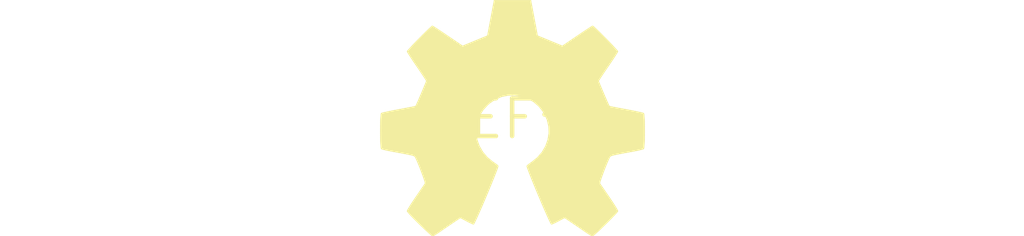
<source format=kicad_pcb>
(kicad_pcb (version 20240108) (generator pcbnew)
  (layers (0 "F.Cu" signal) (31 "B.Cu" signal) (34 "B.Paste" user) (35 "F.Paste" user) (36 "B.SilkS" user "B.Silkscreen") (37 "F.SilkS" user "F.Silkscreen") (38 "B.Mask" user) (39 "F.Mask" user) (44 "Edge.Cuts" user))
  (net 0 "")
  (footprint "OSHW-Symbol_8.9x8mm_SilkScreen" (layer "F.Cu") (at 0 0)
    (property "Reference" "REF**")
    (property "Value" "OSHW-Symbol_8.9x8mm_SilkScreen")
    (fp_poly (pts (xy 0.746536 -3.399573) (xy 0.859118 -2.802382) (xy 1.274531 -2.631135) (xy 1.689945 -2.459888) (xy 2.188302 -2.798767) (xy 2.327869 -2.893123) (xy 2.454029 -2.97737) (xy 2.560896 -3.047662) (xy 2.642583 -3.100153) (xy 2.693202 -3.130996) (xy 2.706987 -3.137647) (xy 2.731821 -3.120542) (xy 2.784889 -3.073256) (xy 2.860241 -3.001828) (xy 2.95193 -2.9123) (xy 3.054008 -2.810711) (xy 3.160527 -2.703102) (xy 3.265537 -2.595513) (xy 3.363092 -2.493985) (xy 3.447243 -2.404559) (xy 3.512041 -2.333274) (xy 3.551538 -2.286172) (xy 3.560981 -2.270408) (xy 3.547392 -2.241347) (xy 3.509294 -2.177679) (xy 3.450694 -2.085633) (xy 3.375598 -1.971436) (xy 3.288009 -1.841316) (xy 3.237255 -1.767099) (xy 3.144746 -1.631578) (xy 3.062541 -1.509284) (xy 2.994631 -1.406305) (xy 2.945001 -1.328727) (xy 2.917641 -1.282639) (xy 2.91353 -1.272953) (xy 2.92285 -1.245426) (xy 2.948255 -1.181272) (xy 2.985912 -1.08951) (xy 3.031987 -0.979161) (xy 3.082647 -0.859245) (xy 3.13406 -0.738781) (xy 3.18239 -0.626791) (xy 3.223807 -0.532293) (xy 3.254475 -0.464308) (xy 3.270562 -0.431857) (xy 3.271512 -0.43058) (xy 3.296773 -0.424383) (xy 3.364046 -0.41056) (xy 3.466361 -0.390468) (xy 3.596742 -0.365466) (xy 3.748217 -0.336914) (xy 3.836594 -0.320449) (xy 3.998453 -0.289631) (xy 4.14465 -0.260306) (xy 4.267788 -0.234079) (xy 4.36047 -0.212554) (xy 4.415302 -0.197335) (xy 4.426324 -0.192507) (xy 4.437119 -0.159826) (xy 4.44583 -0.086015) (xy 4.452461 0.020292) (xy 4.457019 0.150467) (xy 4.45951 0.295876) (xy 4.459939 0.44789) (xy 4.458312 0.597877) (xy 4.454636 0.737206) (xy 4.448916 0.857245) (xy 4.441158 0.949365) (xy 4.431369 1.004932) (xy 4.425497 1.0165) (xy 4.3904 1.030365) (xy 4.316029 1.050188) (xy 4.212224 1.073639) (xy 4.08882 1.098391) (xy 4.045742 1.106398) (xy 3.838048 1.144441) (xy 3.673985 1.175079) (xy 3.548131 1.199529) (xy 3.455066 1.219009) (xy 3.389368 1.234736) (xy 3.345618 1.247928) (xy 3.318393 1.259804) (xy 3.302273 1.27158) (xy 3.300018 1.273908) (xy 3.277504 1.3114) (xy 3.243159 1.384365) (xy 3.200412 1.483867) (xy 3.152693 1.600973) (xy 3.103431 1.726748) (xy 3.056056 1.852257) (xy 3.013996 1.968565) (xy 2.980681 2.066739) (xy 2.959542 2.137843) (xy 2.954006 2.172942) (xy 2.954467 2.174172) (xy 2.973224 2.202861) (xy 3.015777 2.265985) (xy 3.077654 2.356973) (xy 3.154383 2.469255) (xy 3.241492 2.59626) (xy 3.266299 2.632353) (xy 3.354753 2.763203) (xy 3.432589 2.882591) (xy 3.495567 2.983662) (xy 3.539446 3.059559) (xy 3.559986 3.103427) (xy 3.560981 3.108817) (xy 3.543723 3.137144) (xy 3.496036 3.193261) (xy 3.424051 3.271137) (xy 3.333898 3.36474) (xy 3.231706 3.468041) (xy 3.123606 3.575006) (xy 3.015729 3.679606) (xy 2.914205 3.775809) (xy 2.825163 3.857584) (xy 2.754734 3.9189) (xy 2.709048 3.953726) (xy 2.69641 3.959412) (xy 2.666992 3.94602) (xy 2.606762 3.909899) (xy 2.52553 3.857136) (xy 2.463031 3.814667) (xy 2.349786 3.73674) (xy 2.215675 3.644984) (xy 2.081156 3.553375) (xy 2.008834 3.504346) (xy 1.764039 3.33877) (xy 1.558551 3.449875) (xy 1.464937 3.498548) (xy 1.385331 3.536381) (xy 1.331468 3.557958) (xy 1.317758 3.560961) (xy 1.301271 3.538793) (xy 1.268746 3.476149) (xy 1.222609 3.378809) (xy 1.165291 3.252549) (xy 1.099217 3.10315) (xy 1.026816 2.936388) (xy 0.950517 2.758042) (xy 0.872747 2.573891) (xy 0.795935 2.389712) (xy 0.722507 2.211285) (xy 0.654893 2.044387) (xy 0.595521 1.894797) (xy 0.546817 1.768293) (xy 0.511211 1.670654) (xy 0.491131 1.607657) (xy 0.487901 1.586021) (xy 0.513497 1.558424) (xy 0.569539 1.513625) (xy 0.644312 1.460934) (xy 0.650588 1.456765) (xy 0.843846 1.302069) (xy 0.999675 1.121591) (xy 1.116725 0.921102) (xy 1.193646 0.706374) (xy 1.229087 0.483177) (xy 1.221698 0.257281) (xy 1.170128 0.034459) (xy 1.073027 -0.179521) (xy 1.044459 -0.226336) (xy 0.895869 -0.415382) (xy 0.720328 -0.567188) (xy 0.523911 -0.680966) (xy 0.312694 -0.755925) (xy 0.092754 -0.791278) (xy -0.129836 -0.786233) (xy -0.348998 -0.740001) (xy -0.558657 -0.651794) (xy -0.752738 -0.520821) (xy -0.812773 -0.467663) (xy -0.965564 -0.301261) (xy -1.076902 -0.126088) (xy -1.153276 0.070266) (xy -1.195812 0.264717) (xy -1.206313 0.483342) (xy -1.171299 0.703052) (xy -1.094326 0.91642) (xy -0.978952 1.116022) (xy -0.828734 1.294429) (xy -0.647226 1.444217) (xy -0.623372 1.460006) (xy -0.547798 1.511712) (xy -0.490348 1.556512) (xy -0.462882 1.585117) (xy -0.462482 1.586021) (xy -0.468379 1.616964) (xy -0.491754 1.687191) (xy -0.530178 1.790925) (xy -0.581222 1.92239) (xy -0.642457 2.075807) (xy -0.711455 2.245401) (xy -0.785786 2.425393) (xy -0.863021 2.610008) (xy -0.940731 2.793468) (xy -1.016488 2.969996) (xy -1.087862 3.133814) (xy -1.152425 3.279147) (xy -1.207747 3.400217) (xy -1.251399 3.491247) (xy -1.280953 3.54646) (xy -1.292855 3.560961) (xy -1.329222 3.549669) (xy -1.397269 3.519385) (xy -1.485263 3.47552) (xy -1.533649 3.449875) (xy -1.739136 3.33877) (xy -1.983931 3.504346) (xy -2.108893 3.58917) (xy -2.245704 3.682516) (xy -2.373911 3.770408) (xy -2.438128 3.814667) (xy -2.528448 3.875318) (xy -2.604928 3.923381) (xy -2.657592 3.95277) (xy -2.674697 3.958982) (xy -2.699594 3.942223) (xy -2.754694 3.895436) (xy -2.834656 3.82348) (xy -2.934139 3.731212) (xy -3.047799 3.62349) (xy -3.119684 3.554326) (xy -3.245448 3.430757) (xy -3.354136 3.320234) (xy -3.441354 3.227485) (xy -3.50271 3.157237) (xy -3.533808 3.11422) (xy -3.536791 3.10549) (xy -3.522946 3.072284) (xy -3.484687 3.005142) (xy -3.426258 2.910863) (xy -3.351902 2.796245) (xy -3.265864 2.668083) (xy -3.241397 2.632353) (xy -3.152245 2.502489) (xy -3.072261 2.385569) (xy -3.005919 2.288162) (xy -2.957688 2.216839) (xy -2.932042 2.17817) (xy -2.929564 2.174172) (xy -2.93327 2.143355) (xy -2.952938 2.075599) (xy -2.985139 1.979839) (xy -3.026444 1.865009) (xy -3.073424 1.740044) (xy -3.12265 1.613879) (xy -3.170691 1.495448) (xy -3.214118 1.393685) (xy -3.249503 1.317526) (xy -3.273415 1.275904) (xy -3.275115 1.273908) (xy -3.289737 1.262013) (xy -3.314434 1.25025) (xy -3.354627 1.237401) (xy -3.415736 1.222249) (xy -3.503182 1.203576) (xy -3.622387 1.180165) (xy -3.778772 1.150797) (xy -3.977756 1.114255) (xy -4.020839 1.106398) (xy -4.148529 1.081727) (xy -4.259846 1.057593) (xy -4.344954 1.036324) (xy -4.394016 1.020248) (xy -4.400594 1.0165) (xy -4.411435 0.983273) (xy -4.420246 0.909021) (xy -4.427023 0.802376) (xy -4.431759 0.671967) (xy -4.434449 0.526427) (xy -4.435086 0.374386) (xy -4.433665 0.224476) (xy -4.430179 0.085328) (xy -4.424623 -0.034428) (xy -4.416991 -0.126159) (xy -4.407277 -0.181234) (xy -4.401421 -0.192507) (xy -4.368819 -0.203877) (xy -4.294581 -0.222376) (xy -4.186103 -0.246398) (xy -4.050782 -0.274338) (xy -3.896014 -0.304592) (xy -3.811692 -0.320449) (xy -3.651703 -0.350356) (xy -3.509032 -0.37745) (xy -3.390651 -0.400369) (xy -3.303534 -0.417757) (xy -3.254654 -0.428253) (xy -3.246609 -0.43058) (xy -3.233012 -0.456814) (xy -3.20427 -0.520005) (xy -3.164214 -0.611123) (xy -3.116675 -0.721143) (xy -3.065484 -0.841035) (xy -3.014473 -0.961773) (xy -2.967473 -1.074329) (xy -2.928315 -1.169674) (xy -2.90083 -1.238783) (xy -2.88885 -1.272626) (xy -2.888627 -1.274105) (xy -2.902208 -1.300803) (xy -2.940284 -1.36224) (xy -2.998852 -1.452311) (xy -3.073911 -1.56491) (xy -3.161459 -1.69393) (xy -3.212352 -1.768039) (xy -3.30509 -1.903923) (xy -3.387458 -2.027291) (xy -3.455438 -2.131903) (xy -3.505011 -2.211517) (xy -3.532157 -2.259893) (xy -3.536078 -2.270738) (xy -3.519224 -2.29598) (xy -3.472631 -2.349876) (xy -3.402251 -2.426387) (xy -3.314034 -2.519477) (xy -3.213934 -2.623105) (xy -3.107901 -2.731236) (xy -3.001888 -2.83783) (xy -2.901847 -2.93685) (xy -2.813729 -3.022258) (xy -2.743486 -3.088015) (xy -2.697071 -3.128084) (xy -2.681543 -3.137647) (xy -2.65626 -3.1242) (xy -2.595788 -3.086425) (xy -2.506007 -3.028165) (xy -2.392796 -2.953266) (xy -2.262036 -2.865575) (xy -2.1634 -2.798767) (xy -1.665042 -2.459888) (xy -1.249629 -2.631135) (xy -0.834215 -2.802382) (xy -0.721633 -3.399573) (xy -0.60905 -3.996765) (xy 0.633953 -3.996765) (xy 0.746536 -3.399573)) (layer "F.SilkS") (stroke (width 0.01)) (fill solid))
  )
)
</source>
